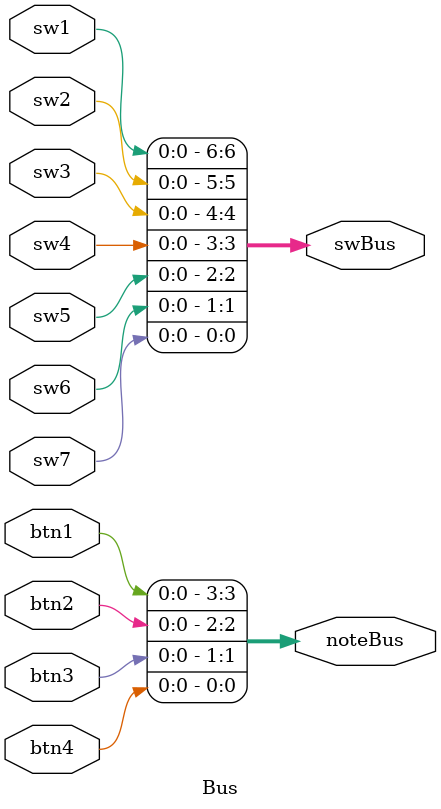
<source format=v>
`timescale 1ns / 1ps
module Bus(
	input sw1,
	input sw2,
	input sw3,
	input sw4,
	input sw5,
	input sw6,
	input sw7,
   input btn1,
   input btn2,
   input btn3,
	input btn4,
	output [6:0] swBus,
   output [3:0] noteBus
   );
	
	assign swBus[0] = sw7;
	assign swBus[1] = sw6;
	assign swBus[2] = sw5;
	assign swBus[3] = sw4;
	assign swBus[4] = sw3;
	assign swBus[5] = sw2;
	assign swBus[6] = sw1;
	
	assign noteBus[0] = btn4;
	assign noteBus[1] = btn3;
	assign noteBus[2] = btn2;
	assign noteBus[3] = btn1;
	
endmodule


</source>
